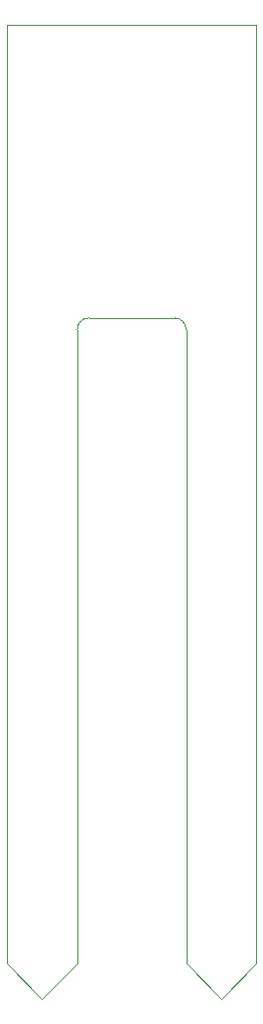
<source format=gm1>
G04 #@! TF.GenerationSoftware,KiCad,Pcbnew,(6.0.7)*
G04 #@! TF.CreationDate,2022-10-27T11:55:22+02:00*
G04 #@! TF.ProjectId,soilMoistureSensor,736f696c-4d6f-4697-9374-75726553656e,rev?*
G04 #@! TF.SameCoordinates,Original*
G04 #@! TF.FileFunction,Profile,NP*
%FSLAX46Y46*%
G04 Gerber Fmt 4.6, Leading zero omitted, Abs format (unit mm)*
G04 Created by KiCad (PCBNEW (6.0.7)) date 2022-10-27 11:55:22*
%MOMM*%
%LPD*%
G01*
G04 APERTURE LIST*
G04 #@! TA.AperFunction,Profile*
%ADD10C,0.100000*%
G04 #@! TD*
G04 APERTURE END LIST*
D10*
X221200000Y-118400000D02*
X221200000Y-64400000D01*
X236500000Y-38400000D02*
X236500000Y-118400000D01*
X236500000Y-38400000D02*
X215200000Y-38400000D01*
X215200000Y-38400000D02*
X215200000Y-118400000D01*
X233500000Y-121400000D02*
X230500000Y-118400000D01*
X229500000Y-63400000D02*
X222200000Y-63400000D01*
X218200000Y-121400000D02*
X221200000Y-118400000D01*
X236500000Y-118400000D02*
X233500000Y-121400000D01*
X215200000Y-118400000D02*
X218200000Y-121400000D01*
X230500000Y-64400000D02*
G75*
G03*
X229500000Y-63400000I-1000000J0D01*
G01*
X222200000Y-63400000D02*
G75*
G03*
X221200000Y-64400000I0J-1000000D01*
G01*
X230500000Y-118400000D02*
X230500000Y-64400000D01*
M02*

</source>
